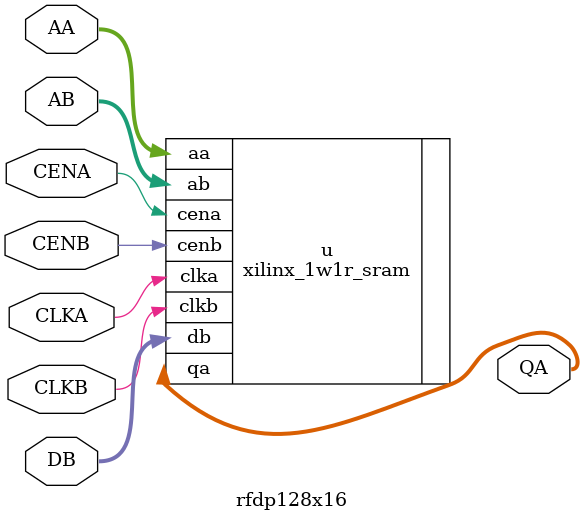
<source format=v>

`define RFDP(dpeth, width)    \
module rfdp``dpeth``x``width (					\
	output 		[width-1:0]				QA,     \
	input 		[$clog2(dpeth)-1:0] 	AA,     \
	input 								CLKA,   \
	input 								CENA,   \
	input 		[$clog2(dpeth)-1:0] 	AB,     \
	input 		[width-1:0] 			DB,     \
	input 								CLKB,   \
	input 								CENB    \
	);                                          \
	xilinx_1w1r_sram #(                            \
		.WWORD		(width),                    \
		.WADDR		($clog2(dpeth)),            \
		.DEPTH		(dpeth)                     \
		) u (                                   \
		.clka		(CLKA),                     \
		.aa			(AA),                       \
		.cena		(CENA),                     \
		.qa			(QA),                       \
                                                \
		.clkb		(CLKB),                     \
		.ab			(AB),                       \
		.cenb		(CENB),                     \
		.db			(DB));                      \
endmodule



`define RFDPWP(dpeth, width, wpwidth)    \
module rfdp``dpeth``x``width``_wp``wpwidth (		\
	output 		[width-1:0]				QA,     \
	input 		[$clog2(dpeth)-1:0] 	AA,     \
	input 								CLKA,   \
	input 								CENA,   \
	input 		[$clog2(dpeth)-1:0] 	AB,     \
	input 		[width-1:0] 			DB,     \
	input 								CLKB,   \
	input 		[width/wpwidth-1:0]		WENB,	\
	input 								CENB	\
	);                                          \
	parameter           BYTENB = width / 8;												\
	parameter			WPNB   = width/wpwidth; 				                        \
	parameter           WPBYTE = wpwidth / 8;                                           \
    wire    [BYTENB-1:0]    WENB8;                                       			    \
    genvar                  wpIdx, bmIdx;                                               \
    generate                                                                            \
        for (wpIdx = 0; wpIdx < WPNB; wpIdx = wpIdx + 1) begin: GENERATE_WP             \
            for (bmIdx = 0; bmIdx < WPBYTE; bmIdx = bmIdx + 1) begin: GENERATE_BM       \
                assign WENB8[wpIdx * WPBYTE + bmIdx] = WENB[wpIdx];                     \
            end                                                                         \
        end                                                                             \
    endgenerate                                                                         \
	xilinx_1w1r_sram_wp8 #(                     \
		.WWORD		(width),                    \
		.WADDR		($clog2(dpeth)),            \
		.DEPTH		(dpeth),                    \
		.WP			(8)                   		\
		) u (                                   \
		.clka		(CLKA),                     \
		.aa			(AA),                       \
		.cena		(CENA),                     \
		.qa			(QA),                       \
		.clkb		(CLKB),                     \
		.ab			(AB),                       \
		.wenb		(WENB8),                     \
		.cenb		(CENB),                     \
		.db			(DB));                      \
endmodule


`RFDP(1024,96)
`RFDP(256,96)
`RFDP(128,256)
`RFDP(32,256)
`RFDP(128,16)






</source>
